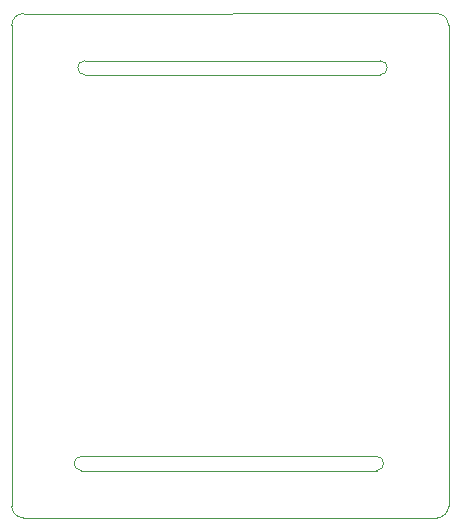
<source format=gbr>
%TF.GenerationSoftware,KiCad,Pcbnew,(6.0.0)*%
%TF.CreationDate,2022-04-21T21:51:44+01:00*%
%TF.ProjectId,Tracer,54726163-6572-42e6-9b69-6361645f7063,C*%
%TF.SameCoordinates,Original*%
%TF.FileFunction,Profile,NP*%
%FSLAX46Y46*%
G04 Gerber Fmt 4.6, Leading zero omitted, Abs format (unit mm)*
G04 Created by KiCad (PCBNEW (6.0.0)) date 2022-04-21 21:51:44*
%MOMM*%
%LPD*%
G01*
G04 APERTURE LIST*
%TA.AperFunction,Profile*%
%ADD10C,0.100000*%
%TD*%
G04 APERTURE END LIST*
D10*
X135200000Y-79100000D02*
X160200000Y-79100000D01*
X128992894Y-116800000D02*
G75*
G03*
X129992894Y-117800000I1000003J3D01*
G01*
X130007106Y-75107106D02*
G75*
G03*
X129007106Y-76107106I3J-1000003D01*
G01*
X134900000Y-113800000D02*
X159900000Y-113800000D01*
X164992894Y-117800000D02*
G75*
G03*
X165992894Y-116800000I-3J1000003D01*
G01*
X129992894Y-117800000D02*
X164992894Y-117800000D01*
X134900000Y-112600000D02*
G75*
G03*
X134900000Y-113800000I0J-600000D01*
G01*
X159900000Y-113800000D02*
G75*
G03*
X159900000Y-112600000I0J600000D01*
G01*
X160200000Y-80300000D02*
G75*
G03*
X160200000Y-79100000I0J600000D01*
G01*
X165992894Y-76107106D02*
G75*
G03*
X165000000Y-75100000I-1007210J-2D01*
G01*
X135200000Y-80300000D02*
X160200000Y-80300000D01*
X130007106Y-75107106D02*
X165000000Y-75100000D01*
X129007106Y-76107106D02*
X128992894Y-116800000D01*
X135200000Y-79100000D02*
G75*
G03*
X135200000Y-80300000I0J-600000D01*
G01*
X165992894Y-116800000D02*
X165992894Y-76107106D01*
X134900000Y-112600000D02*
X159900000Y-112600000D01*
M02*

</source>
